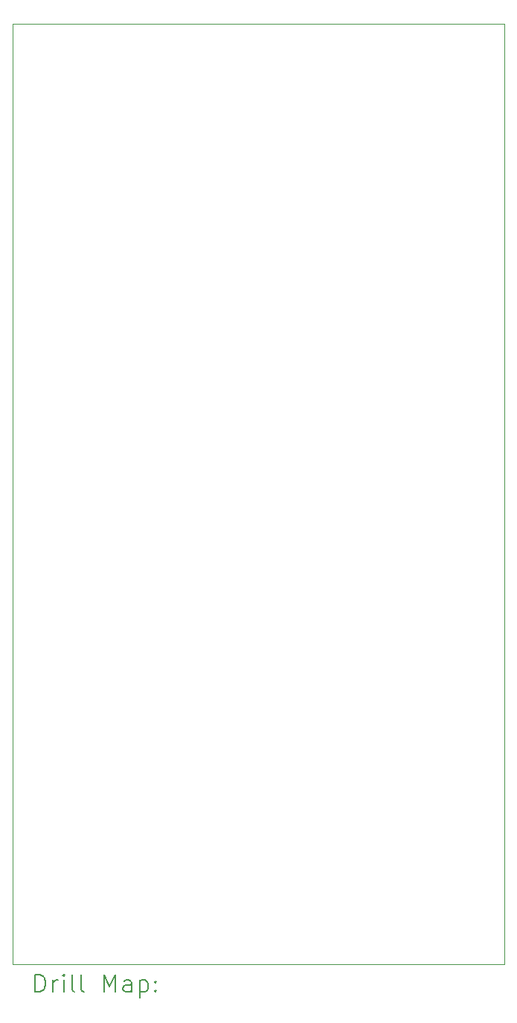
<source format=gbr>
%TF.GenerationSoftware,KiCad,Pcbnew,8.0.2*%
%TF.CreationDate,2024-08-26T09:45:24-06:00*%
%TF.ProjectId,Perfboard,50657266-626f-4617-9264-2e6b69636164,rev?*%
%TF.SameCoordinates,Original*%
%TF.FileFunction,Drillmap*%
%TF.FilePolarity,Positive*%
%FSLAX45Y45*%
G04 Gerber Fmt 4.5, Leading zero omitted, Abs format (unit mm)*
G04 Created by KiCad (PCBNEW 8.0.2) date 2024-08-26 09:45:24*
%MOMM*%
%LPD*%
G01*
G04 APERTURE LIST*
%ADD10C,0.025400*%
%ADD11C,0.200000*%
G04 APERTURE END LIST*
D10*
X17400000Y-4300000D02*
X11800000Y-4300000D01*
X17400000Y-4300000D02*
X17400000Y-15000000D01*
X17400000Y-15000000D02*
X11800000Y-15000000D01*
X11800000Y-15000000D02*
X11800000Y-4300000D01*
D11*
X12059507Y-15312754D02*
X12059507Y-15112754D01*
X12059507Y-15112754D02*
X12107126Y-15112754D01*
X12107126Y-15112754D02*
X12135697Y-15122278D01*
X12135697Y-15122278D02*
X12154745Y-15141325D01*
X12154745Y-15141325D02*
X12164269Y-15160373D01*
X12164269Y-15160373D02*
X12173792Y-15198468D01*
X12173792Y-15198468D02*
X12173792Y-15227039D01*
X12173792Y-15227039D02*
X12164269Y-15265135D01*
X12164269Y-15265135D02*
X12154745Y-15284182D01*
X12154745Y-15284182D02*
X12135697Y-15303230D01*
X12135697Y-15303230D02*
X12107126Y-15312754D01*
X12107126Y-15312754D02*
X12059507Y-15312754D01*
X12259507Y-15312754D02*
X12259507Y-15179420D01*
X12259507Y-15217516D02*
X12269031Y-15198468D01*
X12269031Y-15198468D02*
X12278554Y-15188944D01*
X12278554Y-15188944D02*
X12297602Y-15179420D01*
X12297602Y-15179420D02*
X12316650Y-15179420D01*
X12383316Y-15312754D02*
X12383316Y-15179420D01*
X12383316Y-15112754D02*
X12373792Y-15122278D01*
X12373792Y-15122278D02*
X12383316Y-15131801D01*
X12383316Y-15131801D02*
X12392840Y-15122278D01*
X12392840Y-15122278D02*
X12383316Y-15112754D01*
X12383316Y-15112754D02*
X12383316Y-15131801D01*
X12507126Y-15312754D02*
X12488078Y-15303230D01*
X12488078Y-15303230D02*
X12478554Y-15284182D01*
X12478554Y-15284182D02*
X12478554Y-15112754D01*
X12611888Y-15312754D02*
X12592840Y-15303230D01*
X12592840Y-15303230D02*
X12583316Y-15284182D01*
X12583316Y-15284182D02*
X12583316Y-15112754D01*
X12840459Y-15312754D02*
X12840459Y-15112754D01*
X12840459Y-15112754D02*
X12907126Y-15255611D01*
X12907126Y-15255611D02*
X12973792Y-15112754D01*
X12973792Y-15112754D02*
X12973792Y-15312754D01*
X13154745Y-15312754D02*
X13154745Y-15207992D01*
X13154745Y-15207992D02*
X13145221Y-15188944D01*
X13145221Y-15188944D02*
X13126173Y-15179420D01*
X13126173Y-15179420D02*
X13088078Y-15179420D01*
X13088078Y-15179420D02*
X13069031Y-15188944D01*
X13154745Y-15303230D02*
X13135697Y-15312754D01*
X13135697Y-15312754D02*
X13088078Y-15312754D01*
X13088078Y-15312754D02*
X13069031Y-15303230D01*
X13069031Y-15303230D02*
X13059507Y-15284182D01*
X13059507Y-15284182D02*
X13059507Y-15265135D01*
X13059507Y-15265135D02*
X13069031Y-15246087D01*
X13069031Y-15246087D02*
X13088078Y-15236563D01*
X13088078Y-15236563D02*
X13135697Y-15236563D01*
X13135697Y-15236563D02*
X13154745Y-15227039D01*
X13249983Y-15179420D02*
X13249983Y-15379420D01*
X13249983Y-15188944D02*
X13269031Y-15179420D01*
X13269031Y-15179420D02*
X13307126Y-15179420D01*
X13307126Y-15179420D02*
X13326173Y-15188944D01*
X13326173Y-15188944D02*
X13335697Y-15198468D01*
X13335697Y-15198468D02*
X13345221Y-15217516D01*
X13345221Y-15217516D02*
X13345221Y-15274658D01*
X13345221Y-15274658D02*
X13335697Y-15293706D01*
X13335697Y-15293706D02*
X13326173Y-15303230D01*
X13326173Y-15303230D02*
X13307126Y-15312754D01*
X13307126Y-15312754D02*
X13269031Y-15312754D01*
X13269031Y-15312754D02*
X13249983Y-15303230D01*
X13430935Y-15293706D02*
X13440459Y-15303230D01*
X13440459Y-15303230D02*
X13430935Y-15312754D01*
X13430935Y-15312754D02*
X13421412Y-15303230D01*
X13421412Y-15303230D02*
X13430935Y-15293706D01*
X13430935Y-15293706D02*
X13430935Y-15312754D01*
X13430935Y-15188944D02*
X13440459Y-15198468D01*
X13440459Y-15198468D02*
X13430935Y-15207992D01*
X13430935Y-15207992D02*
X13421412Y-15198468D01*
X13421412Y-15198468D02*
X13430935Y-15188944D01*
X13430935Y-15188944D02*
X13430935Y-15207992D01*
M02*

</source>
